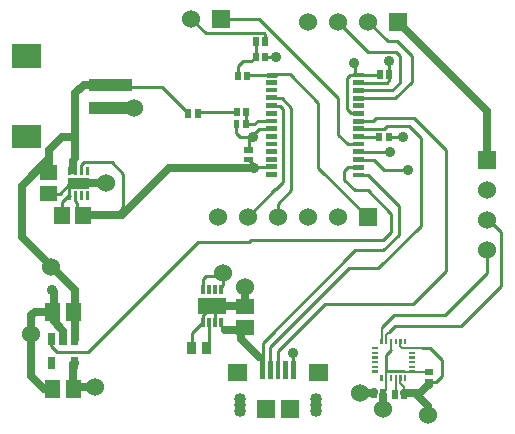
<source format=gbr>
G04 start of page 2 for group 0 idx 0 *
G04 Title: SAP, top power *
G04 Creator: pcb 4.0.2 *
G04 CreationDate: Tue Jun 12 19:10:11 2018 UTC *
G04 For: phil *
G04 Format: Gerber/RS-274X *
G04 PCB-Dimensions (mil): 1811.02 1574.80 *
G04 PCB-Coordinate-Origin: lower left *
%MOIN*%
%FSLAX25Y25*%
%LNTOP*%
%ADD23C,0.0380*%
%ADD22C,0.0350*%
%ADD21C,0.0200*%
%ADD20C,0.1181*%
%ADD19C,0.0360*%
%ADD18C,0.0160*%
%ADD17C,0.0400*%
%ADD16C,0.0600*%
%ADD15C,0.0001*%
%ADD14C,0.0250*%
%ADD13C,0.0060*%
%ADD12C,0.0071*%
%ADD11C,0.0100*%
G54D11*X116653Y122280D02*X127792D01*
X130315Y124803D01*
Y133858D01*
X129134Y135039D01*
X119843D01*
X109843Y145039D01*
X126299Y138583D02*X119843Y145039D01*
X116653Y119680D02*X128735D01*
X134252Y125197D01*
Y133858D01*
X129528Y138583D01*
X126299D01*
X109843Y119685D02*X83465Y146063D01*
X86453Y127480D02*X86531Y127559D01*
X93701D01*
X103150Y118110D01*
X87553Y112080D02*X82946D01*
X81889Y111022D01*
X79054D01*
X79133Y115039D02*Y111102D01*
X79054Y111022D01*
X63464Y115039D02*X62991Y114567D01*
X75985Y115039D02*X63464D01*
X87553Y117180D02*X90300D01*
X91339Y116142D01*
X90945Y119685D02*X88189D01*
X87553Y127480D02*X79842D01*
X79527Y127165D01*
X76379D02*Y130316D01*
X77953Y131890D01*
X80787D01*
X82362Y133465D01*
Y138507D01*
X82287Y138583D01*
X87795Y127480D02*X89055D01*
X83465Y146063D02*X71654D01*
X91339Y116142D02*Y91732D01*
X94094Y88976D02*Y116535D01*
X90945Y119685D01*
X103150Y113386D02*Y96535D01*
Y118110D02*Y112992D01*
X91339Y91732D02*X88976Y89370D01*
X88898D01*
X79606Y80079D01*
X89606D02*Y84488D01*
X94094Y88976D01*
X112943Y104380D02*X109843Y107480D01*
Y119685D01*
X103150Y96535D02*X119606Y80079D01*
X127559Y81102D02*X119685Y88976D01*
X115354D01*
X111811Y92520D01*
X80709Y72441D02*X124803D01*
X127559Y75197D01*
Y81102D01*
X123228Y62992D02*X137402Y77165D01*
X125197Y95669D02*X133071D01*
X116653Y104380D02*X112943D01*
X111811Y92520D02*Y95276D01*
X113216Y96680D01*
X116653D01*
X115553Y101780D02*X115758Y101575D01*
X137402Y77165D02*Y106299D01*
X133465Y110236D01*
X125984D01*
X125228Y109480D01*
X116653D01*
X115553Y111980D02*X121260D01*
X122272Y112992D01*
X135039D01*
X145669Y102362D01*
Y62205D01*
X134646Y51181D01*
X105512D01*
X115758Y101575D02*X127165D01*
X115553Y99180D02*X121686D01*
X125197Y95669D01*
X66733Y44829D02*Y37166D01*
X66024Y36457D01*
X14169Y40339D02*Y37013D01*
X16142Y35039D01*
X26378D01*
X62992Y71654D01*
X79921D01*
X80709Y72441D01*
X87205Y31185D02*X87008Y31382D01*
Y36614D01*
X105512Y51181D02*X89764Y35433D01*
Y28936D01*
X126772Y41732D02*X128740Y43701D01*
G54D12*X128976Y26929D02*Y21102D01*
X128741Y20866D01*
X126831Y41791D02*X125828Y40788D01*
Y38543D01*
G54D11*X128740Y43701D02*X150787D01*
X145276Y47244D02*X128346D01*
X124409Y43307D01*
X150787Y43701D02*X164173Y57087D01*
Y75197D01*
X160157Y79213D01*
X159449D01*
Y69213D02*Y61417D01*
X145276Y47244D01*
X87008Y36614D02*X113386Y62992D01*
X123228D01*
G54D12*X124291Y43189D02*X124252Y43150D01*
Y38543D01*
G54D13*X124409Y43307D02*X124252Y43150D01*
G54D14*X23228Y91339D02*X32283D01*
G54D11*X20276Y87205D02*X20079Y87403D01*
X13228Y87796D02*X16930D01*
X20276Y87205D02*X19882D01*
X20079Y87403D02*Y90945D01*
X16930Y87796D02*X20079Y90945D01*
X19882Y87205D02*X17717Y85039D01*
Y80552D01*
X17717Y80551D01*
G54D14*X7480Y47244D02*Y27165D01*
X11890Y22756D01*
X14489D01*
X18069Y39539D02*Y42126D01*
X14919Y45276D01*
Y48425D01*
X14961Y55079D02*X14919Y55037D01*
Y48858D01*
G54D11*X64765Y44829D02*X64514D01*
X61024Y41339D01*
Y36614D01*
X64765Y44829D02*Y47442D01*
X67717Y50394D01*
X68700Y44829D02*Y50196D01*
X68898Y50394D01*
G54D14*X14567Y48425D02*X8661D01*
X7480Y47244D01*
X65717Y50394D02*X65874Y50237D01*
X78819D01*
X78740Y50315D01*
Y55512D01*
G54D11*X116653Y124780D02*X124780D01*
X124803Y124803D01*
X126613Y106693D02*X131496D01*
X124803Y124803D02*X125984D01*
X126772Y125591D01*
Y126378D01*
X126771Y127165D02*Y131495D01*
X126772Y131496D01*
X86614Y109449D02*X83465D01*
X79921Y105906D01*
Y102361D01*
X75906Y111022D02*Y107953D01*
X77165Y106693D01*
X81102D01*
X85435Y138583D02*Y140943D01*
X85039Y141339D01*
X65591D01*
X60787Y146142D01*
X94882Y28936D02*Y34252D01*
D03*
G54D14*X121654Y21653D02*X121261Y21260D01*
X118504D01*
X135434Y21259D02*X139764Y16929D01*
Y14173D01*
G54D11*X137795Y36378D02*X140394D01*
G54D12*X130551Y39134D02*Y36969D01*
X131142Y36378D01*
X138701D01*
G54D11*X140394D02*X144488Y32283D01*
Y27165D01*
X142520Y25198D01*
X140157D01*
G54D14*X131889Y21259D02*X137008D01*
X139765Y24016D01*
X140157D01*
G54D12*X130551Y26929D02*Y24843D01*
X131890Y23504D01*
Y21259D01*
G54D11*X70669Y44829D02*Y43898D01*
X72047Y42520D01*
G54D14*X78111D01*
X78190Y42441D01*
G54D11*X84646Y28936D02*Y32283D01*
X83465Y33465D01*
G54D14*X77559Y39370D01*
Y42520D01*
G54D11*X84646Y31185D03*
Y38189D01*
X70669Y56799D02*X71260Y57390D01*
Y59843D01*
X70866Y60236D01*
X65748D02*X64765Y59253D01*
Y55958D01*
X123408Y127380D02*X123623Y127165D01*
X123408Y127380D02*X113601D01*
X112598Y126378D01*
Y116142D01*
X114173Y114567D01*
X116535D01*
X116653Y106880D02*X123277D01*
X123465Y106693D01*
X115354Y127380D02*Y131102D01*
G54D14*X129843Y145039D02*X159449Y115433D01*
Y99213D01*
X124802Y20867D02*X124803Y20866D01*
Y17717D01*
G54D12*X125828Y22285D02*X124802Y21260D01*
G54D11*X70866Y60236D02*X65748D01*
X115354Y68898D02*X124803D01*
X129921Y74016D01*
Y83858D02*X119699Y94080D01*
X116653D01*
X129921Y83858D02*Y74016D01*
X84646Y28936D03*
X115354Y68898D02*X84646Y38189D01*
G54D12*X127402Y39134D02*Y35983D01*
X127559Y35827D01*
G54D11*X125827Y34094D01*
Y28740D01*
X125866Y28701D01*
X131850D01*
G54D12*X133701Y28504D02*X131969D01*
X131772Y28701D01*
X133701Y28504D02*X133860Y28346D01*
X140157D01*
X125828Y26929D02*X125827Y26930D01*
Y28819D01*
X125828Y26929D02*Y22285D01*
G54D11*X24212Y95472D02*Y97441D01*
G54D14*X22244Y99606D02*Y121260D01*
X25158Y124173D01*
X13228Y94881D02*X13386Y95039D01*
Y102362D01*
X17717Y106693D01*
X22244D01*
X25158Y124173D02*X33988D01*
G54D11*X59843Y114567D02*X51182Y123228D01*
X34933D01*
X33988Y124173D01*
G54D14*X37795Y80709D02*X53543Y96457D01*
G54D11*X22244Y87205D02*Y85236D01*
X22835Y84646D01*
Y82519D01*
G54D14*X21969Y31339D02*X21574Y30944D01*
X21969Y39539D02*Y55591D01*
X21574Y30944D02*Y22756D01*
Y23149D02*X21654Y23228D01*
X28740D01*
G54D11*X24212Y97441D02*X25197Y98425D01*
G54D14*X21260Y95669D02*Y98819D01*
X22244Y99804D01*
G54D11*X87553Y96780D02*X82354D01*
X79921Y99213D01*
G54D14*X53543Y96457D02*X81890D01*
G54D11*X115354Y131102D02*X114961Y131496D01*
X88976Y133465D02*X85510D01*
X22835Y82519D02*X24803Y80551D01*
G54D14*X21969Y55591D02*X4331Y73228D01*
Y90551D01*
X13386Y99606D01*
G54D11*X25197Y98425D02*X34252D01*
X38189Y94488D01*
Y83465D01*
X35276Y80551D01*
X24803D01*
G54D14*Y80944D02*X25038Y80709D01*
X37795D01*
G54D15*G36*
X116606Y83079D02*Y77079D01*
X122606D01*
Y83079D01*
X116606D01*
G37*
G54D16*X109606Y80079D03*
X99606D03*
X89606D03*
X79606D03*
X69606D03*
G54D17*X77064Y15420D03*
Y17420D03*
Y19420D03*
X102464Y15420D03*
Y17420D03*
Y19420D03*
G54D16*X159449Y79213D03*
Y69213D03*
G54D15*G36*
X67787Y149142D02*Y143142D01*
X73787D01*
Y149142D01*
X67787D01*
G37*
G54D16*X60787Y146142D03*
G54D15*G36*
X126843Y148039D02*Y142039D01*
X132843D01*
Y148039D01*
X126843D01*
G37*
G54D16*X119843Y145039D03*
X109843D03*
X99843D03*
G54D15*G36*
X156449Y102213D02*Y96213D01*
X162449D01*
Y102213D01*
X156449D01*
G37*
G54D16*X159449Y89213D03*
G54D15*G36*
X26901Y126142D02*Y122205D01*
X41075D01*
Y126142D01*
X26901D01*
G37*
G36*
Y118268D02*Y114331D01*
X41075D01*
Y118268D01*
X26901D01*
G37*
G36*
X1177Y137558D02*Y129684D01*
X10626D01*
Y137558D01*
X1177D01*
G37*
G36*
Y110788D02*Y102914D01*
X10626D01*
Y110788D01*
X1177D01*
G37*
G36*
X10276Y90355D02*Y85237D01*
X16180D01*
Y90355D01*
X10276D01*
G37*
G36*
Y97441D02*Y92323D01*
X16180D01*
Y97441D01*
X10276D01*
G37*
G36*
X20276Y83503D02*X15158D01*
Y77599D01*
X20276D01*
Y83503D01*
G37*
G36*
X26771Y88583D02*X25590D01*
Y85827D01*
X26771D01*
Y88583D01*
G37*
G36*
X27362Y83503D02*X22244D01*
Y77599D01*
X27362D01*
Y83503D01*
G37*
G36*
X26771Y96850D02*X25590D01*
Y94094D01*
X26771D01*
Y96850D01*
G37*
G36*
X20867Y88583D02*X19686D01*
Y85827D01*
X20867D01*
Y88583D01*
G37*
G36*
X22835D02*X21654D01*
Y85827D01*
X22835D01*
Y88583D01*
G37*
G36*
X24803D02*X23622D01*
Y85827D01*
X24803D01*
Y88583D01*
G37*
G36*
Y96850D02*X23622D01*
Y94094D01*
X24803D01*
Y96850D01*
G37*
G36*
X22835D02*X21654D01*
Y94094D01*
X22835D01*
Y96850D01*
G37*
G36*
X20867D02*X19686D01*
Y94094D01*
X20867D01*
Y96850D01*
G37*
G36*
X19705Y93189D02*Y89489D01*
X26751D01*
Y93189D01*
X19705D01*
G37*
G54D18*X86453Y127480D02*X88653D01*
G54D15*G36*
X77363Y128542D02*X75395D01*
Y125788D01*
X77363D01*
Y128542D01*
G37*
G36*
X80511D02*X78543D01*
Y125788D01*
X80511D01*
Y128542D01*
G37*
G36*
X85653Y125680D02*Y124080D01*
X89453D01*
Y125680D01*
X85653D01*
G37*
G36*
Y123180D02*Y121580D01*
X89453D01*
Y123180D01*
X85653D01*
G37*
G36*
Y120580D02*Y118980D01*
X89453D01*
Y120580D01*
X85653D01*
G37*
G36*
X86419Y139960D02*X84451D01*
Y137206D01*
X86419D01*
Y139960D01*
G37*
G36*
X86494Y134842D02*X84526D01*
Y132088D01*
X86494D01*
Y134842D01*
G37*
G36*
X83271Y139960D02*X81303D01*
Y137206D01*
X83271D01*
Y139960D01*
G37*
G36*
X83346Y134842D02*X81378D01*
Y132088D01*
X83346D01*
Y134842D01*
G37*
G36*
X85653Y117980D02*Y116380D01*
X89453D01*
Y117980D01*
X85653D01*
G37*
G36*
Y115480D02*Y113880D01*
X89453D01*
Y115480D01*
X85653D01*
G37*
G36*
Y112880D02*Y111280D01*
X89453D01*
Y112880D01*
X85653D01*
G37*
G36*
Y110380D02*Y108780D01*
X89453D01*
Y110380D01*
X85653D01*
G37*
G36*
Y107780D02*Y106180D01*
X89453D01*
Y107780D01*
X85653D01*
G37*
G36*
Y105180D02*Y103580D01*
X89453D01*
Y105180D01*
X85653D01*
G37*
G36*
Y102680D02*Y101080D01*
X89453D01*
Y102680D01*
X85653D01*
G37*
G36*
Y100080D02*Y98480D01*
X89453D01*
Y100080D01*
X85653D01*
G37*
G36*
Y97580D02*Y95980D01*
X89453D01*
Y97580D01*
X85653D01*
G37*
G36*
Y94980D02*Y93380D01*
X89453D01*
Y94980D01*
X85653D01*
G37*
G36*
X78544Y100197D02*Y98229D01*
X81298D01*
Y100197D01*
X78544D01*
G37*
G36*
Y103345D02*Y101377D01*
X81298D01*
Y103345D01*
X78544D01*
G37*
G36*
X60827Y115944D02*X58859D01*
Y113190D01*
X60827D01*
Y115944D01*
G37*
G36*
X63975D02*X62007D01*
Y113190D01*
X63975D01*
Y115944D01*
G37*
G36*
X76969Y116416D02*X75001D01*
Y113662D01*
X76969D01*
Y116416D01*
G37*
G36*
X80117D02*X78149D01*
Y113662D01*
X80117D01*
Y116416D01*
G37*
G36*
X80038Y112399D02*X78070D01*
Y109645D01*
X80038D01*
Y112399D01*
G37*
G36*
X76890D02*X74922D01*
Y109645D01*
X76890D01*
Y112399D01*
G37*
G36*
X62967Y53144D02*Y47644D01*
X72467D01*
Y53144D01*
X62967D01*
G37*
G36*
X75867Y52796D02*Y47678D01*
X81771D01*
Y52796D01*
X75867D01*
G37*
G36*
X65355Y46260D02*X64174D01*
Y43398D01*
X65355D01*
Y46260D01*
G37*
G36*
X62382Y38425D02*X59430D01*
Y34489D01*
X62382D01*
Y38425D01*
G37*
G36*
X67500D02*X64548D01*
Y34489D01*
X67500D01*
Y38425D01*
G37*
G36*
X67323Y46260D02*X66142D01*
Y43398D01*
X67323D01*
Y46260D01*
G37*
G36*
X69291D02*X68110D01*
Y43398D01*
X69291D01*
Y46260D01*
G37*
G36*
X75867Y45710D02*Y40592D01*
X81771D01*
Y45710D01*
X75867D01*
G37*
G36*
X71259Y46260D02*X70078D01*
Y43398D01*
X71259D01*
Y46260D01*
G37*
G36*
Y57389D02*X70078D01*
Y54527D01*
X71259D01*
Y57389D01*
G37*
G36*
X69291D02*X68110D01*
Y54527D01*
X69291D01*
Y57389D01*
G37*
G36*
X67323D02*X66142D01*
Y54527D01*
X67323D01*
Y57389D01*
G37*
G36*
X65355D02*X64174D01*
Y54527D01*
X65355D01*
Y57389D01*
G37*
G36*
X17047Y25708D02*X11929D01*
Y19804D01*
X17047D01*
Y25708D01*
G37*
G36*
X24133D02*X19015D01*
Y19804D01*
X24133D01*
Y25708D01*
G37*
G36*
X24211Y51377D02*X19093D01*
Y45473D01*
X24211D01*
Y51377D01*
G37*
G36*
X23169Y41539D02*X20769D01*
Y37539D01*
X23169D01*
Y41539D01*
G37*
G36*
X19269D02*X16869D01*
Y37539D01*
X19269D01*
Y41539D01*
G37*
G36*
X17125Y51377D02*X12007D01*
Y45473D01*
X17125D01*
Y51377D01*
G37*
G36*
X15369Y41539D02*X12969D01*
Y37539D01*
X15369D01*
Y41539D01*
G37*
G36*
Y33339D02*X12969D01*
Y29339D01*
X15369D01*
Y33339D01*
G37*
G36*
X23169D02*X20769D01*
Y29339D01*
X23169D01*
Y33339D01*
G37*
G36*
X90514Y31935D02*X89014D01*
Y25936D01*
X90514D01*
Y31935D01*
G37*
G36*
X87955D02*X86455D01*
Y25936D01*
X87955D01*
Y31935D01*
G37*
G36*
X93073D02*X91573D01*
Y25936D01*
X93073D01*
Y31935D01*
G37*
G36*
X95632D02*X94132D01*
Y25936D01*
X95632D01*
Y31935D01*
G37*
G36*
X90748Y19094D02*Y13189D01*
X96653D01*
Y19094D01*
X90748D01*
G37*
G36*
X85396Y31935D02*X83896D01*
Y25936D01*
X85396D01*
Y31935D01*
G37*
G36*
X82874Y19094D02*Y13189D01*
X88779D01*
Y19094D01*
X82874D01*
G37*
G36*
X73229Y30989D02*Y25489D01*
X79528D01*
Y30989D01*
X73229D01*
G37*
G36*
X100000D02*Y25489D01*
X106299D01*
Y30989D01*
X100000D01*
G37*
G36*
X126221Y27322D02*X125434D01*
Y25354D01*
X126221D01*
Y27322D01*
G37*
G36*
X127796D02*X127009D01*
Y25354D01*
X127796D01*
Y27322D01*
G37*
G36*
X129370D02*X128583D01*
Y25354D01*
X129370D01*
Y27322D01*
G37*
G36*
X130945D02*X130158D01*
Y25354D01*
X130945D01*
Y27322D01*
G37*
G36*
X132520D02*X131733D01*
Y25354D01*
X132520D01*
Y27322D01*
G37*
G36*
X132873Y22243D02*X130905D01*
Y19489D01*
X132873D01*
Y22243D01*
G37*
G36*
X129725D02*X127757D01*
Y19489D01*
X129725D01*
Y22243D01*
G37*
G36*
X133308Y28897D02*Y28110D01*
X135276D01*
Y28897D01*
X133308D01*
G37*
G36*
X138780Y26182D02*Y24214D01*
X141534D01*
Y26182D01*
X138780D01*
G37*
G36*
Y29330D02*Y27362D01*
X141534D01*
Y29330D01*
X138780D01*
G37*
G36*
X133308Y30472D02*Y29685D01*
X135276D01*
Y30472D01*
X133308D01*
G37*
G36*
Y32047D02*Y31260D01*
X135276D01*
Y32047D01*
X133308D01*
G37*
G36*
Y33621D02*Y32834D01*
X135276D01*
Y33621D01*
X133308D01*
G37*
G36*
Y35196D02*Y34409D01*
X135276D01*
Y35196D01*
X133308D01*
G37*
G36*
Y36771D02*Y35984D01*
X135276D01*
Y36771D01*
X133308D01*
G37*
G36*
X132520Y39527D02*X131733D01*
Y37559D01*
X132520D01*
Y39527D01*
G37*
G36*
X130945D02*X130158D01*
Y37559D01*
X130945D01*
Y39527D01*
G37*
G36*
X129370D02*X128583D01*
Y37559D01*
X129370D01*
Y39527D01*
G37*
G36*
X124646D02*X123859D01*
Y37559D01*
X124646D01*
Y39527D01*
G37*
G36*
Y27322D02*X123859D01*
Y25354D01*
X124646D01*
Y27322D01*
G37*
G36*
X127796Y39527D02*X127009D01*
Y37559D01*
X127796D01*
Y39527D01*
G37*
G36*
X126221D02*X125434D01*
Y37559D01*
X126221D01*
Y39527D01*
G37*
G36*
X121103Y36771D02*Y35984D01*
X123071D01*
Y36771D01*
X121103D01*
G37*
G36*
Y35196D02*Y34409D01*
X123071D01*
Y35196D01*
X121103D01*
G37*
G36*
Y33621D02*Y32834D01*
X123071D01*
Y33621D01*
X121103D01*
G37*
G36*
Y32047D02*Y31260D01*
X123071D01*
Y32047D01*
X121103D01*
G37*
G36*
Y30472D02*Y29685D01*
X123071D01*
Y30472D01*
X121103D01*
G37*
G36*
Y28897D02*Y28110D01*
X123071D01*
Y28897D01*
X121103D01*
G37*
G36*
X122638Y22637D02*X120670D01*
Y19883D01*
X122638D01*
Y22637D01*
G37*
G36*
X125786D02*X123818D01*
Y19883D01*
X125786D01*
Y22637D01*
G37*
G36*
X114753Y94880D02*Y93280D01*
X118553D01*
Y94880D01*
X114753D01*
G37*
G36*
Y97480D02*Y95880D01*
X118553D01*
Y97480D01*
X114753D01*
G37*
G36*
Y99980D02*Y98380D01*
X118553D01*
Y99980D01*
X114753D01*
G37*
G36*
Y102580D02*Y100980D01*
X118553D01*
Y102580D01*
X114753D01*
G37*
G36*
Y105180D02*Y103580D01*
X118553D01*
Y105180D01*
X114753D01*
G37*
G36*
Y107680D02*Y106080D01*
X118553D01*
Y107680D01*
X114753D01*
G37*
G36*
Y110280D02*Y108680D01*
X118553D01*
Y110280D01*
X114753D01*
G37*
G36*
Y112780D02*Y111180D01*
X118553D01*
Y112780D01*
X114753D01*
G37*
G36*
Y115380D02*Y113780D01*
X118553D01*
Y115380D01*
X114753D01*
G37*
G36*
X124449Y108070D02*X122481D01*
Y105316D01*
X124449D01*
Y108070D01*
G37*
G36*
X127597D02*X125629D01*
Y105316D01*
X127597D01*
Y108070D01*
G37*
G36*
X114753Y117980D02*Y116380D01*
X118553D01*
Y117980D01*
X114753D01*
G37*
G36*
Y120480D02*Y118880D01*
X118553D01*
Y120480D01*
X114753D01*
G37*
G36*
Y123080D02*Y121480D01*
X118553D01*
Y123080D01*
X114753D01*
G37*
G36*
Y125580D02*Y123980D01*
X118553D01*
Y125580D01*
X114753D01*
G37*
G36*
Y128180D02*Y126580D01*
X118553D01*
Y128180D01*
X114753D01*
G37*
G36*
X127755Y128936D02*X125787D01*
Y126182D01*
X127755D01*
Y128936D01*
G37*
G36*
X124607D02*X122639D01*
Y126182D01*
X124607D01*
Y128936D01*
G37*
G54D19*X126772Y131890D03*
X131496Y106693D03*
X114961Y131496D03*
X127165Y101575D03*
X133071Y95669D03*
X81890Y96457D03*
X81496Y106693D03*
X88976Y133465D03*
X94882Y34646D03*
G54D16*X124803Y16142D03*
X116929Y21260D03*
X139764Y14173D03*
X41732Y116535D03*
X32283Y91339D03*
X71260Y61417D03*
X78740Y56693D03*
X7480Y40945D03*
X14173Y63386D03*
X28740Y23228D03*
G54D19*X14409Y55827D03*
G54D20*G54D21*G54D22*G54D20*G54D22*G54D21*G54D23*G54D14*G54D21*G54D20*G54D14*G54D21*G54D20*G54D23*G54D20*G54D23*G54D20*G54D23*M02*

</source>
